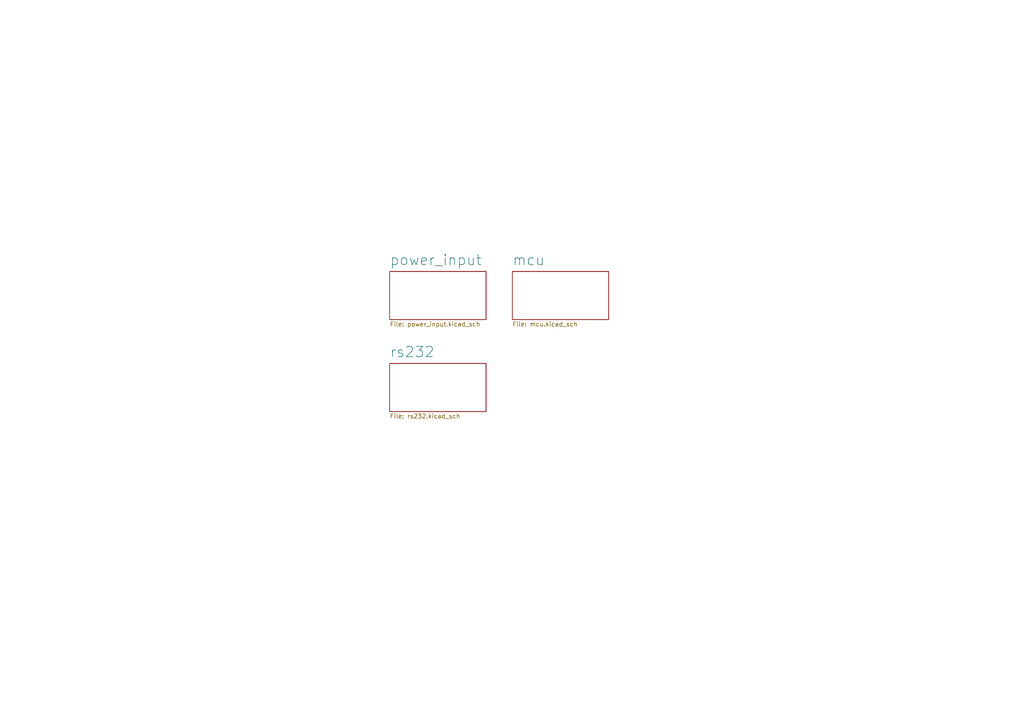
<source format=kicad_sch>
(kicad_sch (version 20211123) (generator eeschema)
  (paper "A4")
  (title_block (title "Desk Controller") (rev "0") (company "Stefano Nicolis"))
  (lib_symbols)
  (sheet (at 113.03 78.74) (size 27.94 13.97) (stroke (width 0.1524))
    (property "Sheet name" "power_input" (at 113.03 77.1634 0) (effects (font (size 3 3)) (justify left bottom)))
    (property "Sheet file" "power_input.kicad_sch" (at 113.03 93.2946 0) (effects (justify left top)))
  )
  (sheet (at 148.59 78.74) (size 27.94 13.97) (stroke (width 0.1524))
    (property "Sheet name" "mcu" (at 148.59 77.1634 0) (effects (font (size 3 3)) (justify left bottom)))
    (property "Sheet file" "mcu.kicad_sch" (at 148.59 93.2946 0) (effects (justify left top)))
  )
  (sheet (at 113.03 105.41) (size 27.94 13.97) (stroke (width 0.1524))
    (property "Sheet name" "rs232" (at 113.03 103.8334 0) (effects (font (size 3 3)) (justify left bottom)))
    (property "Sheet file" "rs232.kicad_sch" (at 113.03 119.9646 0) (effects (justify left top)))
  )
)
</source>
